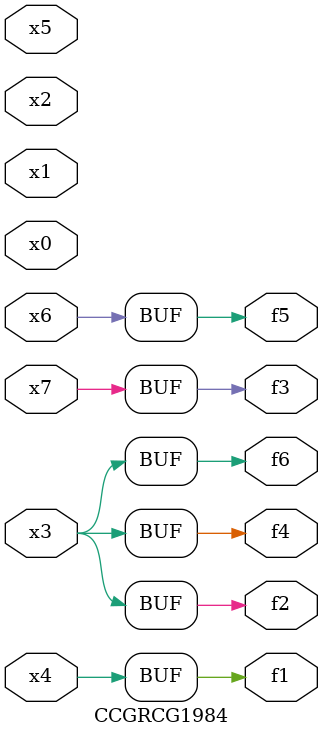
<source format=v>
module CCGRCG1984(
	input x0, x1, x2, x3, x4, x5, x6, x7,
	output f1, f2, f3, f4, f5, f6
);
	assign f1 = x4;
	assign f2 = x3;
	assign f3 = x7;
	assign f4 = x3;
	assign f5 = x6;
	assign f6 = x3;
endmodule

</source>
